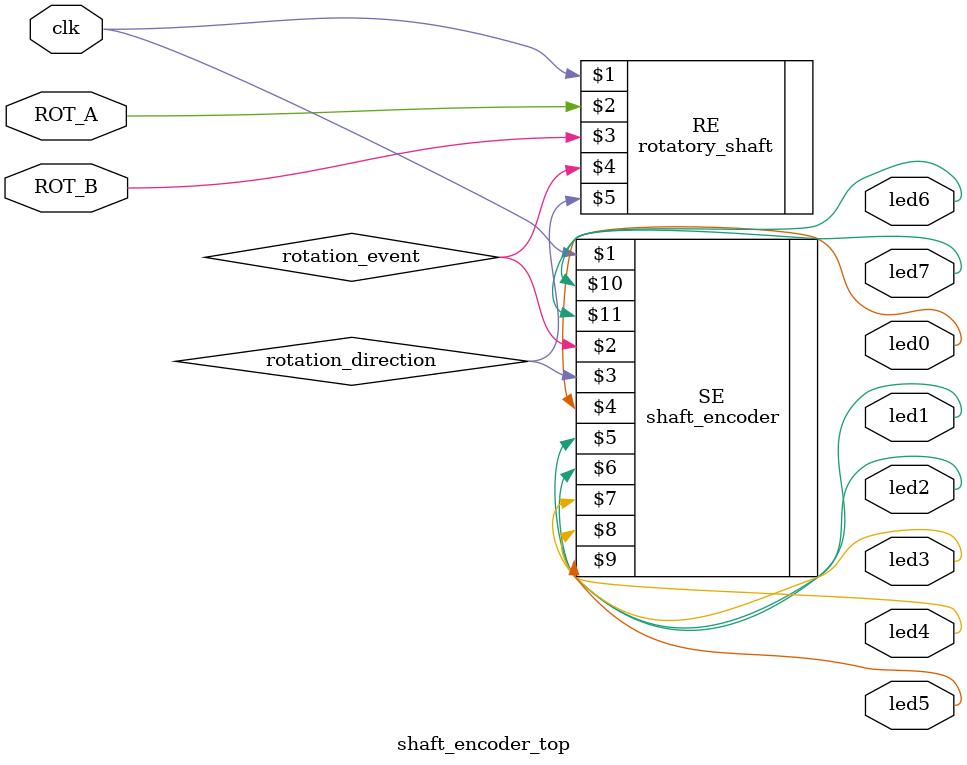
<source format=v>
`timescale 1ns / 1ps
module shaft_encoder_top(clk, ROT_A,ROT_B, led0, led1, led2, led3, led4, led5, led6, led7);
	input clk, ROT_A, ROT_B;
	output led0, led1, led2, led3, led4, led5, led6, led7;
	wire led0, led1, led2, led3, led4, led5, led6, led7;
	wire rotation_event, rotation_direction;
	
	
	rotatory_shaft RE(clk, ROT_A,ROT_B,rotation_event, rotation_direction);
	shaft_encoder SE(clk, rotation_event, rotation_direction, led0, led1, led2, led3, led4, led5, led6, led7);
endmodule

</source>
